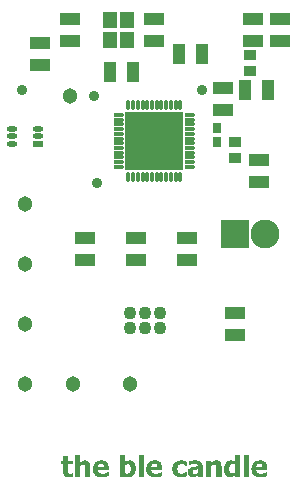
<source format=gts>
G04 Layer_Color=8388736*
%FSLAX25Y25*%
%MOIN*%
G70*
G01*
G75*
%ADD33R,0.06800X0.04300*%
%ADD34R,0.03550X0.01975*%
%ADD35O,0.03550X0.01975*%
%ADD36C,0.04300*%
%ADD37R,0.04300X0.06800*%
%ADD38R,0.03950X0.03753*%
%ADD39R,0.02800X0.03300*%
%ADD40R,0.05131X0.05524*%
%ADD41O,0.03359X0.01587*%
%ADD42O,0.01587X0.03359*%
%ADD43R,0.19304X0.19304*%
%ADD44C,0.05131*%
%ADD45R,0.09658X0.09658*%
%ADD46C,0.09658*%
%ADD47C,0.03500*%
G36*
X28280Y8268D02*
X28288Y8275D01*
X28295Y8282D01*
X28317Y8304D01*
X28347Y8326D01*
X28428Y8386D01*
X28531Y8467D01*
X28657Y8555D01*
X28790Y8644D01*
X28930Y8732D01*
X29077Y8814D01*
X29085D01*
X29092Y8821D01*
X29114Y8836D01*
X29144Y8843D01*
X29225Y8880D01*
X29336Y8917D01*
X29461Y8946D01*
X29609Y8983D01*
X29771Y9005D01*
X29941Y9013D01*
X30022D01*
X30074Y9005D01*
X30147Y8998D01*
X30221Y8983D01*
X30310Y8969D01*
X30406Y8946D01*
X30502Y8917D01*
X30605Y8887D01*
X30708Y8843D01*
X30819Y8792D01*
X30915Y8732D01*
X31018Y8659D01*
X31107Y8585D01*
X31196Y8489D01*
X31203Y8482D01*
X31218Y8467D01*
X31232Y8437D01*
X31262Y8393D01*
X31299Y8341D01*
X31336Y8275D01*
X31373Y8194D01*
X31417Y8105D01*
X31454Y8009D01*
X31491Y7898D01*
X31528Y7773D01*
X31565Y7640D01*
X31594Y7493D01*
X31609Y7338D01*
X31624Y7168D01*
X31631Y6991D01*
Y3500D01*
X29948D01*
Y6157D01*
Y6164D01*
Y6172D01*
Y6216D01*
Y6275D01*
Y6363D01*
X29941Y6459D01*
X29934Y6570D01*
X29926Y6688D01*
X29919Y6806D01*
Y6814D01*
Y6821D01*
X29911Y6858D01*
X29904Y6917D01*
X29897Y6991D01*
X29867Y7146D01*
X29845Y7220D01*
X29823Y7286D01*
X29815Y7293D01*
X29808Y7316D01*
X29786Y7345D01*
X29756Y7382D01*
X29719Y7426D01*
X29683Y7470D01*
X29631Y7507D01*
X29572Y7544D01*
X29564Y7552D01*
X29542Y7559D01*
X29506Y7574D01*
X29454Y7588D01*
X29395Y7603D01*
X29321Y7611D01*
X29232Y7625D01*
X29100D01*
X29063Y7618D01*
X29011D01*
X28945Y7603D01*
X28878Y7588D01*
X28804Y7574D01*
X28723Y7544D01*
X28716D01*
X28686Y7530D01*
X28642Y7515D01*
X28590Y7485D01*
X28524Y7456D01*
X28450Y7411D01*
X28369Y7360D01*
X28280Y7301D01*
Y3500D01*
X26612D01*
Y10932D01*
X28280D01*
Y8268D01*
D02*
G37*
G36*
X43210Y8304D02*
X43218Y8312D01*
X43225Y8319D01*
X43247Y8334D01*
X43277Y8356D01*
X43343Y8415D01*
X43439Y8482D01*
X43550Y8563D01*
X43675Y8651D01*
X43815Y8732D01*
X43955Y8814D01*
X43963D01*
X43970Y8821D01*
X43992Y8836D01*
X44022Y8843D01*
X44059Y8858D01*
X44103Y8880D01*
X44214Y8917D01*
X44339Y8946D01*
X44494Y8983D01*
X44657Y9005D01*
X44841Y9013D01*
X44885D01*
X44930Y9005D01*
X44996Y8998D01*
X45077Y8991D01*
X45166Y8976D01*
X45262Y8954D01*
X45373Y8924D01*
X45491Y8880D01*
X45609Y8836D01*
X45727Y8777D01*
X45845Y8703D01*
X45963Y8614D01*
X46081Y8518D01*
X46184Y8408D01*
X46288Y8275D01*
X46295Y8268D01*
X46310Y8238D01*
X46332Y8201D01*
X46369Y8142D01*
X46406Y8068D01*
X46450Y7972D01*
X46494Y7869D01*
X46546Y7751D01*
X46590Y7611D01*
X46634Y7463D01*
X46679Y7293D01*
X46716Y7116D01*
X46753Y6917D01*
X46775Y6710D01*
X46789Y6489D01*
X46797Y6253D01*
Y6238D01*
Y6194D01*
X46789Y6127D01*
Y6039D01*
X46775Y5935D01*
X46760Y5810D01*
X46745Y5670D01*
X46716Y5515D01*
X46679Y5352D01*
X46634Y5190D01*
X46583Y5013D01*
X46516Y4843D01*
X46443Y4673D01*
X46354Y4504D01*
X46258Y4341D01*
X46140Y4186D01*
X46133Y4179D01*
X46110Y4149D01*
X46074Y4112D01*
X46022Y4061D01*
X45963Y4002D01*
X45882Y3935D01*
X45793Y3869D01*
X45697Y3795D01*
X45586Y3721D01*
X45461Y3648D01*
X45328Y3581D01*
X45188Y3522D01*
X45033Y3471D01*
X44878Y3434D01*
X44708Y3404D01*
X44531Y3397D01*
X44465D01*
X44391Y3404D01*
X44295Y3411D01*
X44184Y3419D01*
X44074Y3434D01*
X43955Y3456D01*
X43837Y3485D01*
X43823Y3493D01*
X43786Y3500D01*
X43727Y3522D01*
X43646Y3552D01*
X43557Y3596D01*
X43446Y3640D01*
X43336Y3699D01*
X43210Y3766D01*
X43136Y3500D01*
X41542D01*
Y10932D01*
X43210D01*
Y8304D01*
D02*
G37*
G36*
X24310Y8865D02*
X25926D01*
Y7699D01*
X24310D01*
Y5795D01*
Y5780D01*
Y5743D01*
Y5692D01*
Y5625D01*
Y5544D01*
Y5463D01*
Y5293D01*
Y5286D01*
Y5256D01*
X24317Y5220D01*
X24325Y5168D01*
X24332Y5116D01*
X24347Y5050D01*
X24391Y4924D01*
Y4917D01*
X24406Y4895D01*
X24421Y4865D01*
X24443Y4828D01*
X24480Y4784D01*
X24517Y4740D01*
X24568Y4696D01*
X24627Y4659D01*
X24635Y4651D01*
X24657Y4644D01*
X24701Y4629D01*
X24753Y4614D01*
X24819Y4592D01*
X24908Y4578D01*
X25011Y4570D01*
X25122Y4563D01*
X25173D01*
X25218Y4570D01*
X25262Y4578D01*
X25321Y4585D01*
X25395Y4600D01*
X25469Y4614D01*
X25476D01*
X25506Y4622D01*
X25542Y4637D01*
X25594Y4651D01*
X25690Y4688D01*
X25742Y4703D01*
X25779Y4725D01*
X25926D01*
Y3544D01*
X25911D01*
X25882Y3537D01*
X25823Y3522D01*
X25749Y3507D01*
X25660Y3493D01*
X25565Y3471D01*
X25454Y3456D01*
X25343Y3441D01*
X25328D01*
X25291Y3434D01*
X25225Y3426D01*
X25137Y3419D01*
X25026Y3411D01*
X24900Y3404D01*
X24753Y3397D01*
X24494D01*
X24421Y3404D01*
X24340Y3411D01*
X24243Y3419D01*
X24140Y3434D01*
X24022Y3448D01*
X23779Y3500D01*
X23535Y3574D01*
X23417Y3618D01*
X23306Y3677D01*
X23203Y3736D01*
X23107Y3810D01*
X23100Y3817D01*
X23085Y3832D01*
X23063Y3854D01*
X23033Y3891D01*
X22996Y3935D01*
X22959Y3994D01*
X22915Y4061D01*
X22878Y4142D01*
X22834Y4231D01*
X22790Y4334D01*
X22753Y4445D01*
X22716Y4570D01*
X22686Y4710D01*
X22664Y4858D01*
X22649Y5020D01*
X22642Y5190D01*
Y7699D01*
X22000D01*
Y8865D01*
X22642D01*
Y10400D01*
X24310D01*
Y8865D01*
D02*
G37*
G36*
X49387Y3500D02*
X47719D01*
Y10932D01*
X49387D01*
Y3500D01*
D02*
G37*
G36*
X66693Y9005D02*
X66804Y8998D01*
X66937Y8991D01*
X67077Y8976D01*
X67232Y8954D01*
X67394Y8932D01*
X67564Y8902D01*
X67734Y8865D01*
X67896Y8814D01*
X68059Y8762D01*
X68214Y8703D01*
X68354Y8629D01*
X68479Y8548D01*
X68487Y8540D01*
X68509Y8526D01*
X68538Y8496D01*
X68575Y8459D01*
X68627Y8415D01*
X68678Y8356D01*
X68738Y8282D01*
X68797Y8201D01*
X68856Y8105D01*
X68915Y8002D01*
X68966Y7891D01*
X69018Y7766D01*
X69055Y7625D01*
X69084Y7478D01*
X69107Y7316D01*
X69114Y7146D01*
Y3500D01*
X67453D01*
Y4061D01*
X67446Y4053D01*
X67424Y4039D01*
X67387Y4009D01*
X67350Y3980D01*
X67247Y3891D01*
X67136Y3803D01*
X67129Y3795D01*
X67114Y3780D01*
X67084Y3758D01*
X67040Y3736D01*
X66988Y3699D01*
X66929Y3662D01*
X66856Y3625D01*
X66774Y3581D01*
X66767Y3574D01*
X66738Y3566D01*
X66693Y3544D01*
X66634Y3522D01*
X66568Y3500D01*
X66494Y3471D01*
X66339Y3419D01*
X66332D01*
X66302Y3411D01*
X66250Y3404D01*
X66184Y3389D01*
X66103Y3382D01*
X66000Y3367D01*
X65874Y3360D01*
X65675D01*
X65623Y3367D01*
X65564Y3374D01*
X65490Y3382D01*
X65417Y3397D01*
X65328Y3419D01*
X65144Y3478D01*
X65048Y3515D01*
X64944Y3559D01*
X64848Y3611D01*
X64745Y3677D01*
X64649Y3751D01*
X64561Y3832D01*
X64553Y3839D01*
X64538Y3854D01*
X64516Y3884D01*
X64487Y3921D01*
X64450Y3965D01*
X64413Y4024D01*
X64369Y4090D01*
X64332Y4164D01*
X64287Y4245D01*
X64243Y4334D01*
X64206Y4437D01*
X64169Y4541D01*
X64140Y4659D01*
X64118Y4777D01*
X64103Y4902D01*
X64095Y5035D01*
Y5042D01*
Y5065D01*
Y5094D01*
X64103Y5131D01*
Y5183D01*
X64110Y5242D01*
X64125Y5382D01*
X64155Y5530D01*
X64199Y5692D01*
X64250Y5847D01*
X64332Y5994D01*
Y6002D01*
X64346Y6009D01*
X64376Y6053D01*
X64428Y6120D01*
X64509Y6208D01*
X64605Y6297D01*
X64723Y6393D01*
X64863Y6489D01*
X65018Y6577D01*
X65025D01*
X65040Y6585D01*
X65062Y6600D01*
X65099Y6614D01*
X65144Y6629D01*
X65195Y6651D01*
X65254Y6673D01*
X65328Y6696D01*
X65483Y6747D01*
X65667Y6799D01*
X65874Y6843D01*
X66103Y6880D01*
X66110D01*
X66132Y6887D01*
X66169D01*
X66214Y6895D01*
X66273Y6902D01*
X66339Y6910D01*
X66420Y6917D01*
X66509Y6932D01*
X66605Y6939D01*
X66708Y6954D01*
X66944Y6976D01*
X67195Y6998D01*
X67461Y7020D01*
Y7042D01*
Y7050D01*
Y7064D01*
Y7087D01*
X67453Y7116D01*
X67446Y7197D01*
X67417Y7286D01*
X67380Y7389D01*
X67321Y7493D01*
X67239Y7588D01*
X67188Y7625D01*
X67129Y7662D01*
X67114Y7670D01*
X67092Y7677D01*
X67070Y7692D01*
X67033Y7699D01*
X66988Y7714D01*
X66944Y7729D01*
X66885Y7751D01*
X66819Y7766D01*
X66745Y7780D01*
X66671Y7795D01*
X66583Y7802D01*
X66487Y7817D01*
X66383Y7825D01*
X66273Y7832D01*
X66103D01*
X66036Y7825D01*
X65955Y7817D01*
X65852Y7802D01*
X65734Y7788D01*
X65601Y7758D01*
X65453Y7721D01*
X65446D01*
X65439Y7714D01*
X65417D01*
X65387Y7699D01*
X65313Y7677D01*
X65210Y7648D01*
X65092Y7603D01*
X64966Y7559D01*
X64826Y7507D01*
X64686Y7448D01*
X64546D01*
Y8740D01*
X64561D01*
X64590Y8755D01*
X64649Y8769D01*
X64738Y8792D01*
X64848Y8814D01*
X64988Y8843D01*
X65151Y8873D01*
X65343Y8909D01*
X65350D01*
X65365Y8917D01*
X65394D01*
X65439Y8924D01*
X65490Y8932D01*
X65549Y8939D01*
X65616Y8954D01*
X65690Y8961D01*
X65859Y8983D01*
X66051Y8998D01*
X66250Y9005D01*
X66465Y9013D01*
X66597D01*
X66693Y9005D01*
D02*
G37*
G36*
X84435Y3500D02*
X82767D01*
Y10932D01*
X84435D01*
Y3500D01*
D02*
G37*
G36*
X62081Y9005D02*
X62199Y8998D01*
X62332Y8991D01*
X62479Y8969D01*
X62642Y8946D01*
X62804Y8909D01*
X62811D01*
X62826Y8902D01*
X62848D01*
X62885Y8887D01*
X62922Y8880D01*
X62974Y8865D01*
X63085Y8828D01*
X63225Y8784D01*
X63372Y8725D01*
X63535Y8659D01*
X63704Y8577D01*
Y7153D01*
X63483D01*
X63476Y7160D01*
X63468Y7168D01*
X63446Y7190D01*
X63417Y7212D01*
X63343Y7279D01*
X63239Y7360D01*
X63232Y7367D01*
X63217Y7382D01*
X63180Y7404D01*
X63143Y7434D01*
X63099Y7463D01*
X63040Y7500D01*
X62922Y7574D01*
X62915Y7581D01*
X62893Y7588D01*
X62856Y7611D01*
X62804Y7633D01*
X62745Y7662D01*
X62671Y7692D01*
X62597Y7714D01*
X62509Y7744D01*
X62501D01*
X62472Y7758D01*
X62420Y7766D01*
X62361Y7780D01*
X62287Y7795D01*
X62199Y7802D01*
X62103Y7817D01*
X61941D01*
X61896Y7810D01*
X61845Y7802D01*
X61778Y7795D01*
X61638Y7758D01*
X61483Y7707D01*
X61394Y7670D01*
X61313Y7625D01*
X61232Y7574D01*
X61158Y7515D01*
X61077Y7448D01*
X61011Y7367D01*
Y7360D01*
X60996Y7345D01*
X60981Y7323D01*
X60959Y7286D01*
X60930Y7242D01*
X60900Y7183D01*
X60870Y7124D01*
X60841Y7050D01*
X60804Y6969D01*
X60774Y6873D01*
X60745Y6777D01*
X60716Y6666D01*
X60693Y6548D01*
X60679Y6430D01*
X60671Y6297D01*
X60664Y6157D01*
Y6149D01*
Y6120D01*
Y6083D01*
X60671Y6024D01*
X60679Y5957D01*
X60686Y5876D01*
X60693Y5795D01*
X60708Y5699D01*
X60752Y5507D01*
X60819Y5301D01*
X60863Y5205D01*
X60915Y5116D01*
X60966Y5028D01*
X61033Y4947D01*
X61040Y4939D01*
X61048Y4932D01*
X61070Y4910D01*
X61099Y4887D01*
X61136Y4858D01*
X61188Y4821D01*
X61239Y4784D01*
X61299Y4755D01*
X61439Y4681D01*
X61616Y4614D01*
X61808Y4570D01*
X61918Y4563D01*
X62029Y4555D01*
X62081D01*
X62140Y4563D01*
X62221D01*
X62302Y4570D01*
X62398Y4585D01*
X62494Y4600D01*
X62583Y4622D01*
X62590D01*
X62620Y4637D01*
X62664Y4651D01*
X62723Y4673D01*
X62789Y4696D01*
X62856Y4725D01*
X62996Y4799D01*
X63003Y4806D01*
X63025Y4814D01*
X63055Y4836D01*
X63092Y4858D01*
X63180Y4924D01*
X63276Y5006D01*
X63284Y5013D01*
X63298Y5028D01*
X63321Y5042D01*
X63350Y5072D01*
X63417Y5138D01*
X63483Y5205D01*
X63704D01*
Y3773D01*
X63697D01*
X63682Y3758D01*
X63645Y3751D01*
X63608Y3729D01*
X63557Y3707D01*
X63498Y3684D01*
X63365Y3625D01*
X63358D01*
X63335Y3611D01*
X63298Y3596D01*
X63247Y3581D01*
X63195Y3559D01*
X63129Y3537D01*
X62989Y3500D01*
X62981D01*
X62944Y3493D01*
X62900Y3478D01*
X62841Y3463D01*
X62767Y3448D01*
X62693Y3426D01*
X62531Y3397D01*
X62524D01*
X62494Y3389D01*
X62442Y3382D01*
X62383D01*
X62302Y3374D01*
X62206Y3367D01*
X62095Y3360D01*
X61859D01*
X61800Y3367D01*
X61734D01*
X61653Y3374D01*
X61572Y3382D01*
X61380Y3397D01*
X61173Y3426D01*
X60966Y3471D01*
X60752Y3522D01*
X60745D01*
X60730Y3529D01*
X60701Y3537D01*
X60664Y3552D01*
X60612Y3574D01*
X60561Y3596D01*
X60428Y3648D01*
X60280Y3721D01*
X60118Y3810D01*
X59955Y3921D01*
X59800Y4039D01*
X59793Y4046D01*
X59786Y4053D01*
X59763Y4076D01*
X59734Y4098D01*
X59660Y4179D01*
X59572Y4275D01*
X59468Y4400D01*
X59365Y4555D01*
X59262Y4725D01*
X59173Y4910D01*
Y4917D01*
X59166Y4932D01*
X59151Y4961D01*
X59136Y5006D01*
X59121Y5057D01*
X59107Y5116D01*
X59084Y5183D01*
X59062Y5264D01*
X59040Y5352D01*
X59026Y5448D01*
X58989Y5662D01*
X58959Y5898D01*
X58952Y6157D01*
Y6164D01*
Y6194D01*
Y6231D01*
X58959Y6282D01*
Y6349D01*
X58966Y6430D01*
X58974Y6511D01*
X58981Y6607D01*
X59011Y6814D01*
X59055Y7035D01*
X59107Y7249D01*
X59188Y7463D01*
Y7470D01*
X59203Y7485D01*
X59210Y7515D01*
X59232Y7552D01*
X59254Y7603D01*
X59284Y7655D01*
X59365Y7780D01*
X59461Y7921D01*
X59572Y8068D01*
X59704Y8216D01*
X59852Y8356D01*
X59859Y8363D01*
X59867Y8371D01*
X59889Y8386D01*
X59926Y8408D01*
X59963Y8437D01*
X60007Y8467D01*
X60118Y8540D01*
X60258Y8622D01*
X60413Y8703D01*
X60597Y8784D01*
X60789Y8850D01*
X60797D01*
X60811Y8858D01*
X60841Y8865D01*
X60885Y8873D01*
X60937Y8887D01*
X60996Y8902D01*
X61062Y8917D01*
X61136Y8932D01*
X61306Y8961D01*
X61498Y8991D01*
X61704Y9005D01*
X61918Y9013D01*
X62037D01*
X62081Y9005D01*
D02*
G37*
G36*
X73815D02*
X73889Y8998D01*
X73963Y8983D01*
X74051Y8969D01*
X74147Y8946D01*
X74243Y8917D01*
X74346Y8887D01*
X74450Y8843D01*
X74560Y8792D01*
X74656Y8732D01*
X74760Y8659D01*
X74848Y8585D01*
X74937Y8489D01*
X74944Y8482D01*
X74959Y8467D01*
X74974Y8437D01*
X75003Y8393D01*
X75040Y8341D01*
X75077Y8275D01*
X75114Y8194D01*
X75158Y8105D01*
X75195Y8009D01*
X75232Y7898D01*
X75269Y7773D01*
X75306Y7640D01*
X75335Y7493D01*
X75350Y7338D01*
X75365Y7168D01*
X75372Y6991D01*
Y3500D01*
X73690D01*
Y6157D01*
Y6164D01*
Y6172D01*
Y6216D01*
Y6275D01*
Y6363D01*
X73682Y6459D01*
X73675Y6570D01*
X73667Y6688D01*
X73660Y6806D01*
Y6814D01*
Y6821D01*
X73653Y6858D01*
X73645Y6917D01*
X73638Y6991D01*
X73608Y7146D01*
X73586Y7220D01*
X73564Y7286D01*
X73557Y7293D01*
X73549Y7316D01*
X73527Y7345D01*
X73498Y7382D01*
X73461Y7426D01*
X73424Y7470D01*
X73372Y7507D01*
X73313Y7544D01*
X73306Y7552D01*
X73284Y7559D01*
X73247Y7574D01*
X73195Y7588D01*
X73136Y7603D01*
X73062Y7611D01*
X72974Y7625D01*
X72841D01*
X72804Y7618D01*
X72752D01*
X72686Y7603D01*
X72619Y7588D01*
X72546Y7574D01*
X72464Y7544D01*
X72457D01*
X72427Y7530D01*
X72383Y7515D01*
X72332Y7485D01*
X72265Y7456D01*
X72191Y7411D01*
X72110Y7360D01*
X72022Y7301D01*
Y3500D01*
X70354D01*
Y8865D01*
X72022D01*
Y8268D01*
X72029Y8275D01*
X72036Y8282D01*
X72058Y8304D01*
X72088Y8326D01*
X72169Y8386D01*
X72273Y8467D01*
X72398Y8555D01*
X72531Y8644D01*
X72671Y8732D01*
X72819Y8814D01*
X72826D01*
X72833Y8821D01*
X72856Y8836D01*
X72885Y8843D01*
X72966Y8880D01*
X73077Y8917D01*
X73202Y8946D01*
X73350Y8983D01*
X73512Y9005D01*
X73682Y9013D01*
X73763D01*
X73815Y9005D01*
D02*
G37*
G36*
X81483Y3500D02*
X79815D01*
Y4053D01*
X79808Y4046D01*
X79785Y4031D01*
X79756Y4002D01*
X79704Y3965D01*
X79653Y3928D01*
X79586Y3876D01*
X79520Y3825D01*
X79439Y3766D01*
X79431Y3758D01*
X79402Y3743D01*
X79365Y3714D01*
X79313Y3684D01*
X79202Y3611D01*
X79077Y3537D01*
X79070D01*
X79040Y3522D01*
X79003Y3507D01*
X78952Y3485D01*
X78892Y3463D01*
X78826Y3441D01*
X78678Y3404D01*
X78671D01*
X78641Y3397D01*
X78605Y3389D01*
X78546Y3382D01*
X78479Y3367D01*
X78398Y3360D01*
X78309Y3352D01*
X78177D01*
X78125Y3360D01*
X78058Y3367D01*
X77985Y3374D01*
X77896Y3389D01*
X77793Y3419D01*
X77689Y3448D01*
X77571Y3485D01*
X77453Y3537D01*
X77335Y3596D01*
X77210Y3670D01*
X77092Y3758D01*
X76974Y3854D01*
X76863Y3972D01*
X76760Y4105D01*
X76752Y4112D01*
X76737Y4142D01*
X76708Y4186D01*
X76678Y4245D01*
X76634Y4319D01*
X76590Y4415D01*
X76546Y4518D01*
X76494Y4644D01*
X76442Y4784D01*
X76398Y4939D01*
X76354Y5102D01*
X76309Y5286D01*
X76280Y5478D01*
X76250Y5692D01*
X76236Y5906D01*
X76228Y6142D01*
Y6149D01*
Y6172D01*
Y6208D01*
Y6260D01*
X76236Y6319D01*
Y6393D01*
X76243Y6467D01*
X76250Y6555D01*
X76272Y6747D01*
X76302Y6946D01*
X76346Y7153D01*
X76405Y7352D01*
Y7360D01*
X76413Y7374D01*
X76428Y7404D01*
X76442Y7441D01*
X76457Y7485D01*
X76479Y7537D01*
X76538Y7662D01*
X76612Y7802D01*
X76693Y7950D01*
X76797Y8105D01*
X76907Y8253D01*
Y8260D01*
X76922Y8268D01*
X76959Y8312D01*
X77025Y8371D01*
X77106Y8452D01*
X77210Y8540D01*
X77328Y8636D01*
X77468Y8725D01*
X77616Y8806D01*
X77623D01*
X77638Y8814D01*
X77660Y8828D01*
X77689Y8836D01*
X77726Y8858D01*
X77771Y8873D01*
X77881Y8909D01*
X78014Y8946D01*
X78162Y8983D01*
X78324Y9005D01*
X78494Y9013D01*
X78568D01*
X78641Y9005D01*
X78737D01*
X78848Y8991D01*
X78959Y8976D01*
X79077Y8954D01*
X79180Y8924D01*
X79195Y8917D01*
X79232Y8909D01*
X79284Y8887D01*
X79365Y8858D01*
X79453Y8814D01*
X79564Y8769D01*
X79682Y8710D01*
X79815Y8644D01*
Y10932D01*
X81483D01*
Y3500D01*
D02*
G37*
G36*
X88309Y9028D02*
X88390D01*
X88494Y9013D01*
X88612Y8998D01*
X88745Y8976D01*
X88885Y8954D01*
X89025Y8917D01*
X89180Y8873D01*
X89335Y8821D01*
X89490Y8755D01*
X89638Y8681D01*
X89778Y8592D01*
X89911Y8489D01*
X90036Y8371D01*
X90044Y8363D01*
X90066Y8341D01*
X90095Y8304D01*
X90132Y8245D01*
X90184Y8179D01*
X90236Y8098D01*
X90294Y7994D01*
X90354Y7884D01*
X90405Y7758D01*
X90464Y7611D01*
X90516Y7456D01*
X90568Y7286D01*
X90605Y7101D01*
X90634Y6902D01*
X90656Y6696D01*
X90663Y6467D01*
Y5869D01*
X86996D01*
Y5862D01*
Y5854D01*
X87003Y5810D01*
X87010Y5736D01*
X87025Y5648D01*
X87040Y5552D01*
X87069Y5448D01*
X87106Y5338D01*
X87151Y5242D01*
X87158Y5234D01*
X87173Y5197D01*
X87202Y5153D01*
X87247Y5102D01*
X87298Y5035D01*
X87357Y4969D01*
X87424Y4902D01*
X87505Y4843D01*
X87512Y4836D01*
X87542Y4821D01*
X87586Y4792D01*
X87645Y4762D01*
X87719Y4725D01*
X87808Y4688D01*
X87903Y4659D01*
X88007Y4629D01*
X88021D01*
X88058Y4622D01*
X88117Y4614D01*
X88191Y4600D01*
X88287Y4592D01*
X88390Y4578D01*
X88509Y4570D01*
X88737D01*
X88811Y4578D01*
X88900Y4585D01*
X88996Y4592D01*
X89202Y4629D01*
X89217D01*
X89254Y4644D01*
X89306Y4659D01*
X89372Y4673D01*
X89453Y4703D01*
X89542Y4733D01*
X89719Y4799D01*
X89726Y4806D01*
X89756Y4814D01*
X89793Y4836D01*
X89844Y4858D01*
X89903Y4887D01*
X89970Y4917D01*
X90103Y4991D01*
X90110Y4998D01*
X90132Y5013D01*
X90162Y5028D01*
X90206Y5057D01*
X90302Y5116D01*
X90390Y5183D01*
X90568D01*
Y3803D01*
X90560D01*
X90531Y3788D01*
X90494Y3773D01*
X90442Y3751D01*
X90383Y3729D01*
X90324Y3707D01*
X90191Y3648D01*
X90184D01*
X90162Y3633D01*
X90125Y3625D01*
X90073Y3603D01*
X90007Y3581D01*
X89925Y3559D01*
X89830Y3537D01*
X89726Y3507D01*
X89711D01*
X89682Y3500D01*
X89623Y3485D01*
X89556Y3471D01*
X89468Y3456D01*
X89372Y3434D01*
X89269Y3419D01*
X89165Y3404D01*
X89151D01*
X89114Y3397D01*
X89055Y3389D01*
X88966Y3382D01*
X88863Y3374D01*
X88745Y3367D01*
X88612Y3360D01*
X88390D01*
X88309Y3367D01*
X88206Y3374D01*
X88081Y3382D01*
X87933Y3397D01*
X87771Y3419D01*
X87601Y3448D01*
X87416Y3485D01*
X87224Y3537D01*
X87033Y3596D01*
X86841Y3662D01*
X86649Y3751D01*
X86464Y3847D01*
X86295Y3958D01*
X86132Y4083D01*
X86125Y4090D01*
X86095Y4120D01*
X86058Y4157D01*
X86007Y4216D01*
X85948Y4290D01*
X85881Y4386D01*
X85808Y4489D01*
X85734Y4614D01*
X85653Y4755D01*
X85586Y4902D01*
X85512Y5072D01*
X85453Y5264D01*
X85402Y5463D01*
X85365Y5677D01*
X85335Y5906D01*
X85328Y6149D01*
Y6157D01*
Y6164D01*
Y6208D01*
X85335Y6275D01*
X85343Y6371D01*
X85350Y6481D01*
X85365Y6607D01*
X85394Y6747D01*
X85424Y6902D01*
X85461Y7064D01*
X85512Y7242D01*
X85571Y7411D01*
X85645Y7588D01*
X85734Y7758D01*
X85830Y7928D01*
X85948Y8090D01*
X86080Y8245D01*
X86088Y8253D01*
X86117Y8282D01*
X86162Y8319D01*
X86221Y8371D01*
X86295Y8430D01*
X86391Y8496D01*
X86501Y8570D01*
X86627Y8644D01*
X86767Y8718D01*
X86929Y8784D01*
X87099Y8850D01*
X87291Y8909D01*
X87490Y8961D01*
X87712Y8998D01*
X87940Y9028D01*
X88191Y9035D01*
X88243D01*
X88309Y9028D01*
D02*
G37*
G36*
X53262D02*
X53343D01*
X53446Y9013D01*
X53564Y8998D01*
X53697Y8976D01*
X53837Y8954D01*
X53978Y8917D01*
X54132Y8873D01*
X54287Y8821D01*
X54443Y8755D01*
X54590Y8681D01*
X54730Y8592D01*
X54863Y8489D01*
X54989Y8371D01*
X54996Y8363D01*
X55018Y8341D01*
X55048Y8304D01*
X55085Y8245D01*
X55136Y8179D01*
X55188Y8098D01*
X55247Y7994D01*
X55306Y7884D01*
X55358Y7758D01*
X55417Y7611D01*
X55468Y7456D01*
X55520Y7286D01*
X55557Y7101D01*
X55586Y6902D01*
X55608Y6696D01*
X55616Y6467D01*
Y5869D01*
X51948D01*
Y5862D01*
Y5854D01*
X51955Y5810D01*
X51963Y5736D01*
X51978Y5648D01*
X51992Y5552D01*
X52022Y5448D01*
X52059Y5338D01*
X52103Y5242D01*
X52110Y5234D01*
X52125Y5197D01*
X52155Y5153D01*
X52199Y5102D01*
X52251Y5035D01*
X52310Y4969D01*
X52376Y4902D01*
X52457Y4843D01*
X52465Y4836D01*
X52494Y4821D01*
X52538Y4792D01*
X52597Y4762D01*
X52671Y4725D01*
X52760Y4688D01*
X52856Y4659D01*
X52959Y4629D01*
X52974D01*
X53011Y4622D01*
X53070Y4614D01*
X53144Y4600D01*
X53240Y4592D01*
X53343Y4578D01*
X53461Y4570D01*
X53690D01*
X53764Y4578D01*
X53852Y4585D01*
X53948Y4592D01*
X54155Y4629D01*
X54169D01*
X54206Y4644D01*
X54258Y4659D01*
X54324Y4673D01*
X54406Y4703D01*
X54494Y4733D01*
X54671Y4799D01*
X54679Y4806D01*
X54708Y4814D01*
X54745Y4836D01*
X54797Y4858D01*
X54856Y4887D01*
X54922Y4917D01*
X55055Y4991D01*
X55062Y4998D01*
X55085Y5013D01*
X55114Y5028D01*
X55158Y5057D01*
X55254Y5116D01*
X55343Y5183D01*
X55520D01*
Y3803D01*
X55513D01*
X55483Y3788D01*
X55446Y3773D01*
X55395Y3751D01*
X55335Y3729D01*
X55276Y3707D01*
X55144Y3648D01*
X55136D01*
X55114Y3633D01*
X55077Y3625D01*
X55026Y3603D01*
X54959Y3581D01*
X54878Y3559D01*
X54782Y3537D01*
X54679Y3507D01*
X54664D01*
X54634Y3500D01*
X54575Y3485D01*
X54509Y3471D01*
X54420Y3456D01*
X54324Y3434D01*
X54221Y3419D01*
X54118Y3404D01*
X54103D01*
X54066Y3397D01*
X54007Y3389D01*
X53918Y3382D01*
X53815Y3374D01*
X53697Y3367D01*
X53564Y3360D01*
X53343D01*
X53262Y3367D01*
X53158Y3374D01*
X53033Y3382D01*
X52885Y3397D01*
X52723Y3419D01*
X52553Y3448D01*
X52369Y3485D01*
X52177Y3537D01*
X51985Y3596D01*
X51793Y3662D01*
X51601Y3751D01*
X51417Y3847D01*
X51247Y3958D01*
X51085Y4083D01*
X51077Y4090D01*
X51048Y4120D01*
X51011Y4157D01*
X50959Y4216D01*
X50900Y4290D01*
X50834Y4386D01*
X50760Y4489D01*
X50686Y4614D01*
X50605Y4755D01*
X50538Y4902D01*
X50465Y5072D01*
X50406Y5264D01*
X50354Y5463D01*
X50317Y5677D01*
X50287Y5906D01*
X50280Y6149D01*
Y6157D01*
Y6164D01*
Y6208D01*
X50287Y6275D01*
X50295Y6371D01*
X50302Y6481D01*
X50317Y6607D01*
X50347Y6747D01*
X50376Y6902D01*
X50413Y7064D01*
X50465Y7242D01*
X50524Y7411D01*
X50598Y7588D01*
X50686Y7758D01*
X50782Y7928D01*
X50900Y8090D01*
X51033Y8245D01*
X51040Y8253D01*
X51070Y8282D01*
X51114Y8319D01*
X51173Y8371D01*
X51247Y8430D01*
X51343Y8496D01*
X51454Y8570D01*
X51579Y8644D01*
X51719Y8718D01*
X51882Y8784D01*
X52051Y8850D01*
X52243Y8909D01*
X52443Y8961D01*
X52664Y8998D01*
X52893Y9028D01*
X53144Y9035D01*
X53195D01*
X53262Y9028D01*
D02*
G37*
G36*
X35461D02*
X35542D01*
X35646Y9013D01*
X35764Y8998D01*
X35897Y8976D01*
X36037Y8954D01*
X36177Y8917D01*
X36332Y8873D01*
X36487Y8821D01*
X36642Y8755D01*
X36790Y8681D01*
X36930Y8592D01*
X37063Y8489D01*
X37188Y8371D01*
X37195Y8363D01*
X37218Y8341D01*
X37247Y8304D01*
X37284Y8245D01*
X37336Y8179D01*
X37387Y8098D01*
X37446Y7994D01*
X37505Y7884D01*
X37557Y7758D01*
X37616Y7611D01*
X37668Y7456D01*
X37719Y7286D01*
X37756Y7101D01*
X37786Y6902D01*
X37808Y6696D01*
X37815Y6467D01*
Y5869D01*
X34148D01*
Y5862D01*
Y5854D01*
X34155Y5810D01*
X34162Y5736D01*
X34177Y5648D01*
X34192Y5552D01*
X34221Y5448D01*
X34258Y5338D01*
X34302Y5242D01*
X34310Y5234D01*
X34325Y5197D01*
X34354Y5153D01*
X34398Y5102D01*
X34450Y5035D01*
X34509Y4969D01*
X34576Y4902D01*
X34657Y4843D01*
X34664Y4836D01*
X34694Y4821D01*
X34738Y4792D01*
X34797Y4762D01*
X34871Y4725D01*
X34959Y4688D01*
X35055Y4659D01*
X35159Y4629D01*
X35173D01*
X35210Y4622D01*
X35269Y4614D01*
X35343Y4600D01*
X35439Y4592D01*
X35542Y4578D01*
X35660Y4570D01*
X35889D01*
X35963Y4578D01*
X36051Y4585D01*
X36147Y4592D01*
X36354Y4629D01*
X36369D01*
X36406Y4644D01*
X36457Y4659D01*
X36524Y4673D01*
X36605Y4703D01*
X36694Y4733D01*
X36871Y4799D01*
X36878Y4806D01*
X36908Y4814D01*
X36944Y4836D01*
X36996Y4858D01*
X37055Y4887D01*
X37122Y4917D01*
X37255Y4991D01*
X37262Y4998D01*
X37284Y5013D01*
X37314Y5028D01*
X37358Y5057D01*
X37454Y5116D01*
X37542Y5183D01*
X37719D01*
Y3803D01*
X37712D01*
X37683Y3788D01*
X37646Y3773D01*
X37594Y3751D01*
X37535Y3729D01*
X37476Y3707D01*
X37343Y3648D01*
X37336D01*
X37314Y3633D01*
X37277Y3625D01*
X37225Y3603D01*
X37159Y3581D01*
X37077Y3559D01*
X36981Y3537D01*
X36878Y3507D01*
X36863D01*
X36834Y3500D01*
X36775Y3485D01*
X36708Y3471D01*
X36620Y3456D01*
X36524Y3434D01*
X36421Y3419D01*
X36317Y3404D01*
X36302D01*
X36266Y3397D01*
X36206Y3389D01*
X36118Y3382D01*
X36015Y3374D01*
X35897Y3367D01*
X35764Y3360D01*
X35542D01*
X35461Y3367D01*
X35358Y3374D01*
X35232Y3382D01*
X35085Y3397D01*
X34922Y3419D01*
X34753Y3448D01*
X34568Y3485D01*
X34376Y3537D01*
X34184Y3596D01*
X33992Y3662D01*
X33801Y3751D01*
X33616Y3847D01*
X33446Y3958D01*
X33284Y4083D01*
X33277Y4090D01*
X33247Y4120D01*
X33210Y4157D01*
X33159Y4216D01*
X33099Y4290D01*
X33033Y4386D01*
X32959Y4489D01*
X32886Y4614D01*
X32804Y4755D01*
X32738Y4902D01*
X32664Y5072D01*
X32605Y5264D01*
X32553Y5463D01*
X32517Y5677D01*
X32487Y5906D01*
X32480Y6149D01*
Y6157D01*
Y6164D01*
Y6208D01*
X32487Y6275D01*
X32494Y6371D01*
X32502Y6481D01*
X32517Y6607D01*
X32546Y6747D01*
X32576Y6902D01*
X32612Y7064D01*
X32664Y7242D01*
X32723Y7411D01*
X32797Y7588D01*
X32886Y7758D01*
X32981Y7928D01*
X33099Y8090D01*
X33232Y8245D01*
X33240Y8253D01*
X33269Y8282D01*
X33314Y8319D01*
X33373Y8371D01*
X33446Y8430D01*
X33542Y8496D01*
X33653Y8570D01*
X33779Y8644D01*
X33919Y8718D01*
X34081Y8784D01*
X34251Y8850D01*
X34443Y8909D01*
X34642Y8961D01*
X34863Y8998D01*
X35092Y9028D01*
X35343Y9035D01*
X35395D01*
X35461Y9028D01*
D02*
G37*
%LPC*%
G36*
X35210Y7958D02*
X35166D01*
X35129Y7950D01*
X35085D01*
X35041Y7943D01*
X34930Y7921D01*
X34804Y7884D01*
X34679Y7832D01*
X34553Y7758D01*
X34443Y7662D01*
X34428Y7648D01*
X34398Y7611D01*
X34354Y7544D01*
X34302Y7456D01*
X34251Y7345D01*
X34199Y7212D01*
X34162Y7057D01*
X34140Y6880D01*
X36170D01*
Y6887D01*
Y6902D01*
Y6932D01*
X36162Y6969D01*
Y7013D01*
X36155Y7057D01*
X36133Y7175D01*
X36103Y7308D01*
X36059Y7441D01*
X36000Y7566D01*
X35919Y7677D01*
X35911Y7692D01*
X35874Y7721D01*
X35823Y7766D01*
X35742Y7817D01*
X35646Y7869D01*
X35520Y7913D01*
X35380Y7943D01*
X35210Y7958D01*
D02*
G37*
G36*
X53011D02*
X52966D01*
X52930Y7950D01*
X52885D01*
X52841Y7943D01*
X52730Y7921D01*
X52605Y7884D01*
X52479Y7832D01*
X52354Y7758D01*
X52243Y7662D01*
X52228Y7648D01*
X52199Y7611D01*
X52155Y7544D01*
X52103Y7456D01*
X52051Y7345D01*
X52000Y7212D01*
X51963Y7057D01*
X51941Y6880D01*
X53970D01*
Y6887D01*
Y6902D01*
Y6932D01*
X53963Y6969D01*
Y7013D01*
X53955Y7057D01*
X53933Y7175D01*
X53904Y7308D01*
X53860Y7441D01*
X53800Y7566D01*
X53719Y7677D01*
X53712Y7692D01*
X53675Y7721D01*
X53623Y7766D01*
X53542Y7817D01*
X53446Y7869D01*
X53321Y7913D01*
X53180Y7943D01*
X53011Y7958D01*
D02*
G37*
G36*
X88058D02*
X88014D01*
X87977Y7950D01*
X87933D01*
X87889Y7943D01*
X87778Y7921D01*
X87652Y7884D01*
X87527Y7832D01*
X87402Y7758D01*
X87291Y7662D01*
X87276Y7648D01*
X87247Y7611D01*
X87202Y7544D01*
X87151Y7456D01*
X87099Y7345D01*
X87047Y7212D01*
X87010Y7057D01*
X86988Y6880D01*
X89018D01*
Y6887D01*
Y6902D01*
Y6932D01*
X89010Y6969D01*
Y7013D01*
X89003Y7057D01*
X88981Y7175D01*
X88951Y7308D01*
X88907Y7441D01*
X88848Y7566D01*
X88767Y7677D01*
X88759Y7692D01*
X88723Y7721D01*
X88671Y7766D01*
X88590Y7817D01*
X88494Y7869D01*
X88368Y7913D01*
X88228Y7943D01*
X88058Y7958D01*
D02*
G37*
G36*
X67453Y6009D02*
X67431D01*
X67409Y6002D01*
X67380D01*
X67306Y5994D01*
X67210Y5980D01*
X67099Y5972D01*
X66981Y5957D01*
X66863Y5943D01*
X66760Y5928D01*
X66745D01*
X66715Y5921D01*
X66664Y5913D01*
X66597Y5906D01*
X66523Y5884D01*
X66435Y5869D01*
X66243Y5810D01*
X66236D01*
X66206Y5795D01*
X66169Y5780D01*
X66118Y5751D01*
X66066Y5721D01*
X66007Y5684D01*
X65955Y5633D01*
X65904Y5581D01*
X65896Y5574D01*
X65889Y5552D01*
X65867Y5522D01*
X65845Y5471D01*
X65822Y5411D01*
X65808Y5345D01*
X65793Y5264D01*
X65785Y5175D01*
Y5168D01*
Y5161D01*
Y5116D01*
X65793Y5050D01*
X65808Y4969D01*
X65837Y4887D01*
X65867Y4799D01*
X65918Y4718D01*
X65985Y4659D01*
X65992Y4651D01*
X66022Y4637D01*
X66073Y4614D01*
X66140Y4592D01*
X66221Y4570D01*
X66324Y4548D01*
X66442Y4533D01*
X66583Y4526D01*
X66619D01*
X66664Y4533D01*
X66723Y4541D01*
X66789Y4548D01*
X66863Y4570D01*
X66952Y4592D01*
X67033Y4622D01*
X67040Y4629D01*
X67070Y4637D01*
X67114Y4659D01*
X67173Y4696D01*
X67239Y4733D01*
X67306Y4784D01*
X67380Y4836D01*
X67453Y4902D01*
Y6009D01*
D02*
G37*
G36*
X44184Y7707D02*
X44007D01*
X43948Y7699D01*
X43882Y7692D01*
X43808Y7677D01*
X43646Y7633D01*
X43638D01*
X43609Y7618D01*
X43564Y7603D01*
X43505Y7581D01*
X43439Y7552D01*
X43365Y7515D01*
X43210Y7419D01*
Y4733D01*
X43218D01*
X43240Y4725D01*
X43269Y4710D01*
X43313Y4696D01*
X43365Y4681D01*
X43417Y4666D01*
X43542Y4644D01*
X43572D01*
X43609Y4637D01*
X43646D01*
X43697Y4629D01*
X43756D01*
X43882Y4622D01*
X43941D01*
X43978Y4629D01*
X44029Y4637D01*
X44088Y4644D01*
X44221Y4673D01*
X44369Y4718D01*
X44516Y4792D01*
X44590Y4836D01*
X44657Y4887D01*
X44723Y4954D01*
X44782Y5020D01*
Y5028D01*
X44797Y5042D01*
X44812Y5065D01*
X44826Y5094D01*
X44856Y5138D01*
X44878Y5190D01*
X44908Y5249D01*
X44937Y5323D01*
X44959Y5397D01*
X44989Y5485D01*
X45018Y5588D01*
X45040Y5692D01*
X45055Y5810D01*
X45070Y5935D01*
X45085Y6068D01*
Y6216D01*
Y6223D01*
Y6253D01*
Y6290D01*
Y6349D01*
X45077Y6415D01*
X45070Y6489D01*
X45063Y6570D01*
X45055Y6659D01*
X45026Y6850D01*
X44981Y7035D01*
X44922Y7212D01*
X44885Y7293D01*
X44841Y7360D01*
Y7367D01*
X44826Y7374D01*
X44797Y7411D01*
X44738Y7470D01*
X44657Y7537D01*
X44553Y7596D01*
X44420Y7655D01*
X44265Y7692D01*
X44184Y7707D01*
D02*
G37*
G36*
X79143Y7758D02*
X79084D01*
X79047Y7751D01*
X78996Y7744D01*
X78937Y7736D01*
X78804Y7707D01*
X78664Y7655D01*
X78583Y7618D01*
X78509Y7581D01*
X78442Y7530D01*
X78368Y7470D01*
X78302Y7404D01*
X78243Y7330D01*
Y7323D01*
X78228Y7308D01*
X78214Y7286D01*
X78199Y7256D01*
X78177Y7212D01*
X78147Y7160D01*
X78118Y7094D01*
X78095Y7028D01*
X78066Y6946D01*
X78036Y6858D01*
X78014Y6762D01*
X77985Y6659D01*
X77970Y6548D01*
X77955Y6423D01*
X77940Y6297D01*
Y6157D01*
Y6149D01*
Y6120D01*
Y6083D01*
X77948Y6024D01*
Y5965D01*
X77955Y5884D01*
X77962Y5803D01*
X77970Y5714D01*
X77999Y5522D01*
X78044Y5338D01*
X78095Y5161D01*
X78132Y5079D01*
X78177Y5006D01*
X78191Y4991D01*
X78221Y4954D01*
X78280Y4895D01*
X78368Y4836D01*
X78472Y4769D01*
X78612Y4710D01*
X78774Y4673D01*
X78863Y4666D01*
X78959Y4659D01*
X78996D01*
X79040Y4666D01*
X79099D01*
X79166Y4681D01*
X79239Y4696D01*
X79321Y4710D01*
X79402Y4740D01*
X79409Y4747D01*
X79439Y4755D01*
X79483Y4777D01*
X79535Y4806D01*
X79601Y4836D01*
X79667Y4880D01*
X79815Y4976D01*
Y7611D01*
X79808D01*
X79793Y7618D01*
X79763Y7633D01*
X79726Y7648D01*
X79682Y7662D01*
X79623Y7677D01*
X79557Y7699D01*
X79483Y7714D01*
X79475D01*
X79453Y7721D01*
X79409Y7729D01*
X79365Y7736D01*
X79254Y7751D01*
X79143Y7758D01*
D02*
G37*
%LPD*%
D33*
X80000Y58300D02*
D03*
Y50700D02*
D03*
X88000Y109300D02*
D03*
Y101700D02*
D03*
X30000Y83300D02*
D03*
Y75700D02*
D03*
X64000Y83300D02*
D03*
Y75700D02*
D03*
X47000Y83300D02*
D03*
Y75700D02*
D03*
X76000Y125700D02*
D03*
Y133300D02*
D03*
X86000Y148700D02*
D03*
Y156300D02*
D03*
X95000Y148700D02*
D03*
Y156300D02*
D03*
X15000Y140700D02*
D03*
Y148300D02*
D03*
X53000Y156300D02*
D03*
Y148700D02*
D03*
X25000D02*
D03*
Y156300D02*
D03*
D34*
X14331Y114441D02*
D03*
D35*
Y117000D02*
D03*
Y119559D02*
D03*
X5669Y114441D02*
D03*
Y117000D02*
D03*
Y119559D02*
D03*
D36*
X45000Y58000D02*
D03*
Y53000D02*
D03*
X50000D02*
D03*
X55000D02*
D03*
Y58000D02*
D03*
X50000D02*
D03*
D37*
X83200Y132500D02*
D03*
X90800D02*
D03*
X68800Y144500D02*
D03*
X61200D02*
D03*
X45800Y138500D02*
D03*
X38200D02*
D03*
D38*
X80000Y109843D02*
D03*
Y115157D02*
D03*
X85000Y144158D02*
D03*
Y138843D02*
D03*
D39*
X74000Y115236D02*
D03*
Y119764D02*
D03*
D40*
X43756Y149154D02*
D03*
Y155847D02*
D03*
X38244D02*
D03*
Y149154D02*
D03*
D41*
X41091Y124162D02*
D03*
Y122587D02*
D03*
Y121012D02*
D03*
Y119437D02*
D03*
Y117862D02*
D03*
Y116287D02*
D03*
Y114713D02*
D03*
Y113138D02*
D03*
Y111563D02*
D03*
Y109988D02*
D03*
Y108413D02*
D03*
Y106839D02*
D03*
X64909D02*
D03*
Y108413D02*
D03*
Y109988D02*
D03*
Y111563D02*
D03*
Y113138D02*
D03*
Y114713D02*
D03*
Y116288D02*
D03*
Y117862D02*
D03*
Y119437D02*
D03*
Y121012D02*
D03*
Y122587D02*
D03*
Y124162D02*
D03*
D42*
X44339Y103591D02*
D03*
X45913D02*
D03*
X47488D02*
D03*
X49063D02*
D03*
X50638D02*
D03*
X52213D02*
D03*
X53787D02*
D03*
X55362D02*
D03*
X56937D02*
D03*
X58512D02*
D03*
X60087D02*
D03*
X61661D02*
D03*
Y127410D02*
D03*
X60087D02*
D03*
X58512D02*
D03*
X56937D02*
D03*
X55362D02*
D03*
X53787D02*
D03*
X52213D02*
D03*
X50638D02*
D03*
X49063D02*
D03*
X47488D02*
D03*
X45913D02*
D03*
X44339D02*
D03*
D43*
X53000Y115500D02*
D03*
D44*
X10000Y34500D02*
D03*
X26000D02*
D03*
X10000Y54500D02*
D03*
Y74500D02*
D03*
Y94500D02*
D03*
X25000Y130500D02*
D03*
X45000Y34500D02*
D03*
D45*
X80000Y84500D02*
D03*
D46*
X90000D02*
D03*
D47*
X34000Y101500D02*
D03*
X9000Y132500D02*
D03*
X33000Y130500D02*
D03*
X69000Y132500D02*
D03*
X45913Y122587D02*
D03*
X50638D02*
D03*
X55362D02*
D03*
X60087D02*
D03*
X45913Y117862D02*
D03*
X50638D02*
D03*
X55362D02*
D03*
X60087D02*
D03*
X45913Y113138D02*
D03*
X50638D02*
D03*
X55362D02*
D03*
X60087D02*
D03*
X45913Y108413D02*
D03*
X50638D02*
D03*
X55362D02*
D03*
X60087D02*
D03*
M02*

</source>
